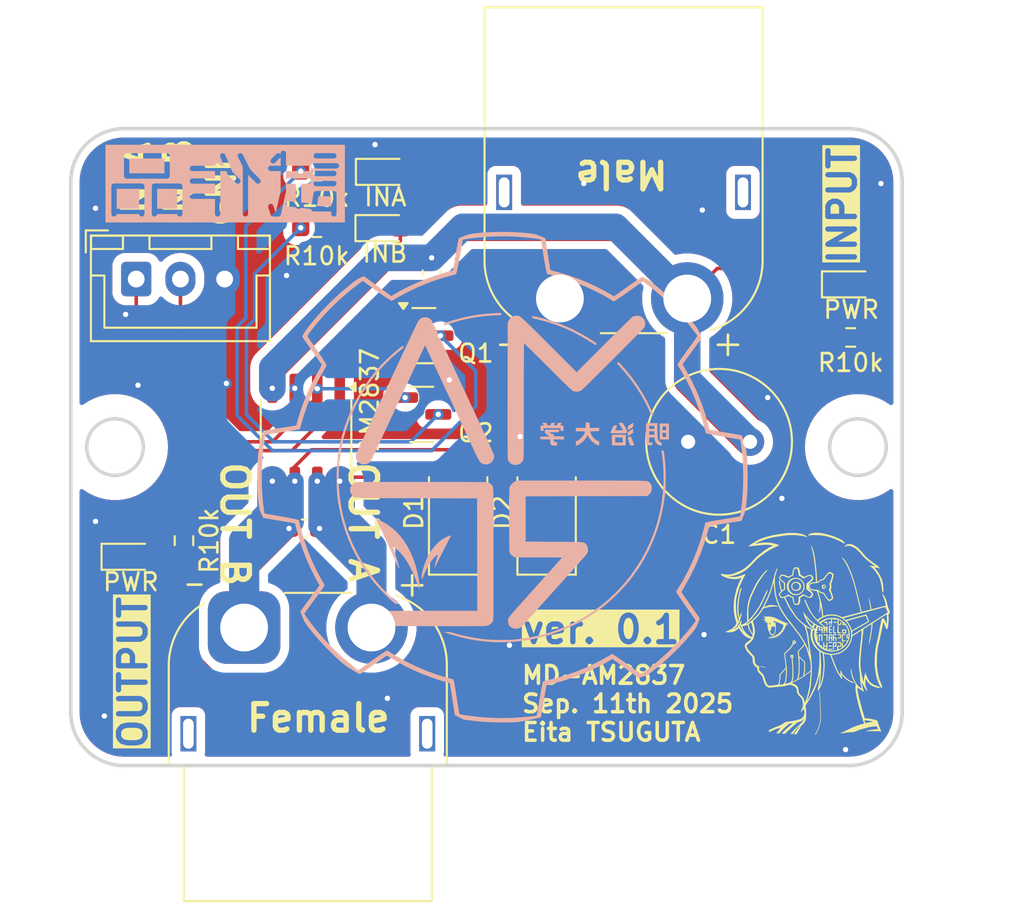
<source format=kicad_pcb>
(kicad_pcb (version 20241229) (generator "pcbnew") (generator_version "9.0")
  (layers (0 "F.Cu" signal) (2 "B.Cu" signal) (13 "F.Paste" user) (15 "B.Paste" user) (5 "F.SilkS" user "F.Silkscreen") (7 "B.SilkS" user "B.Silkscreen") (1 "F.Mask" user) (3 "B.Mask" user) (25 "Edge.Cuts" user))
  (net 0 "")
  (net 1 "OUT_B")
  (net 2 "OUT_A")
  (net 3 "Net-(D1-K)")
  (net 4 "IN_B")
  (net 5 "VCC")
  (net 6 "GND")
  (net 7 "Net-(LED1-K)")
  (net 8 "Net-(LED2-K)")
  (net 9 "Net-(LED3-K)")
  (net 10 "IN_A")
  (net 11 "Net-(LED4-K)")
  (net 12 "Net-(Q1-D)")
  (net 13 "Net-(Q2-D)")
  (footprint "Resistor_SMD:R_0603_1608Metric_Pad0.98x0.95mm_HandSolder" (layer "F.Cu") (at 100.5125 68.4 180)
    (property "Reference" "R2" (hide yes))
    (property "Value" "R10k" (at 0.0125 -1.6 0) (layer "F.SilkS"))
    (pad "1" smd roundrect (at -0.9125 0 180) (size 0.975 0.95) (layers "F.Cu" "F.Mask" "F.Paste") (net 8 "Net-(LED2-K)"))
    (pad "2" smd roundrect (at 0.9125 0 180) (size 0.975 0.95) (layers "F.Cu" "F.Mask" "F.Paste") (net 13 "Net-(Q2-D)"))
  )
  (footprint "LED_SMD:LED_0603_1608Metric_Pad1.05x0.95mm_HandSolder" (layer "F.Cu") (at 104.38 65.24)
    (property "Reference" "LED1" (hide yes))
    (property "Value" "INA" (at 0 1.43 0) (layer "F.SilkS"))
    (pad "1" smd roundrect (at -0.875 0) (size 1.05 0.95) (layers "F.Cu" "F.Mask" "F.Paste") (net 7 "Net-(LED1-K)"))
    (pad "2" smd roundrect (at 0.875 0) (size 1.05 0.95) (layers "F.Cu" "F.Mask" "F.Paste") (net 5 "VCC"))
  )
  (footprint "Capacitor_SMD:C_0603_1608Metric_Pad1.08x0.95mm_HandSolder" (layer "F.Cu") (at 99.8 85.4 180)
    (property "Reference" "C3" (hide yes))
    (property "Value" "0.1uF")
    (pad "1" smd roundrect (at -0.8625 0 180) (size 1.075 0.95) (layers "F.Cu" "F.Mask" "F.Paste") (net 2 "OUT_A"))
    (pad "2" smd roundrect (at 0.8625 0 180) (size 1.075 0.95) (layers "F.Cu" "F.Mask" "F.Paste") (net 1 "OUT_B"))
  )
  (footprint "Package_SO:SOP-8_3.9x4.9mm_P1.27mm" (layer "F.Cu") (at 99.9 80.1 -90)
    (property "Reference" "MD1" (hide yes))
    (property "Value" "AM2837" (at -2 -3.6 270) (layer "F.SilkS"))
    (pad "1" smd roundrect (at -2.625 -1.905 270) (size 1.65 0.6) (layers "F.Cu" "F.Mask" "F.Paste") (net 10 "IN_A"))
    (pad "2" smd roundrect (at -2.625 -0.635 270) (size 1.65 0.6) (layers "F.Cu" "F.Mask" "F.Paste") (net 4 "IN_B"))
    (pad "3" smd roundrect (at -2.625 0.635 270) (size 1.65 0.6) (layers "F.Cu" "F.Mask" "F.Paste") (net 6 "GND"))
    (pad "4" smd roundrect (at -2.625 1.905 270) (size 1.65 0.6) (layers "F.Cu" "F.Mask" "F.Paste") (net 5 "VCC"))
    (pad "5" smd roundrect (at 2.625 1.905 270) (size 1.65 0.6) (layers "F.Cu" "F.Mask" "F.Paste") (net 1 "OUT_B"))
    (pad "6" smd roundrect (at 2.625 0.635 270) (size 1.65 0.6) (layers "F.Cu" "F.Mask" "F.Paste") (net 1 "OUT_B"))
    (pad "7" smd roundrect (at 2.625 -0.635 270) (size 1.65 0.6) (layers "F.Cu" "F.Mask" "F.Paste") (net 2 "OUT_A"))
    (pad "8" smd roundrect (at 2.625 -1.905 270) (size 1.65 0.6) (layers "F.Cu" "F.Mask" "F.Paste") (net 2 "OUT_A"))
  )
  (footprint "Capacitor_THT:C_Radial_D8.0mm_H11.5mm_P3.50mm" (layer "F.Cu") (at 125 80.5 180)
    (property "Reference" "C1" (at 1.75 -5.25 180) (layer "F.SilkS"))
    (property "Value" "220uF")
    (pad "1" thru_hole circle (at 0 0 180) (size 1.6 1.6) (drill 0.8) (layers "*.Cu" "*.Mask") (net 5 "VCC"))
    (pad "2" thru_hole circle (at 3.5 0 180) (size 1.6 1.6) (drill 0.8) (layers "*.Cu" "*.Mask") (net 6 "GND"))
  )
  (footprint "Diode_SMD:D_SMA" (layer "F.Cu") (at 108.5 84.5 90)
    (property "Reference" "D1" (at 0 -2.5 90) (layer "F.SilkS"))
    (property "Value" "SS14")
    (pad "1" smd roundrect (at -2 0 90) (size 2.5 1.8) (layers "F.Cu" "F.Mask" "F.Paste") (roundrect_rratio 0.1388888889) (net 3 "Net-(D1-K)"))
    (pad "2" smd roundrect (at 2 0 90) (size 2.5 1.8) (layers "F.Cu" "F.Mask" "F.Paste") (roundrect_rratio 0.1388888889) (net 2 "OUT_A"))
  )
  (footprint "Connector_AMASS:AMASS_XT60PW-M_1x02_P7.20mm_Horizontal" (layer "F.Cu") (at 114.25 72.4)
    (property "Reference" "J1" (hide yes))
    (property "Value" "XT60_Male_Horizontal" (hide yes))
    (fp_text user "-" (at -2.8 2.5 0) (layer "F.SilkS") (effects (font (size 1.5 1.5))))
    (fp_text user "+" (at 9.5 2.5 0) (layer "F.SilkS") (effects (font (size 1.5 1.5))))
    (pad "" thru_hole rect (at -3.15 -6) (size 0.9 2) (drill oval 0.6 1.7) (layers "*.Cu" "*.Mask"))
    (pad "" thru_hole rect (at 10.35 -6) (size 0.9 2) (drill oval 0.6 1.7) (layers "*.Cu" "*.Mask"))
    (pad "1" thru_hole roundrect (at 0 0) (size 4.1 4.1) (drill 2.7) (layers "*.Cu" "*.Mask") (net 6 "GND"))
    (pad "2" thru_hole circle (at 7.2 0) (size 4.1 4.1) (drill 2.7) (layers "*.Cu" "*.Mask") (net 5 "VCC"))
  )
  (footprint "Connector_AMASS:AMASS_XT60PW-F_1x02_P7.20mm_Horizontal" (layer "F.Cu") (at 96.4 91 180)
    (property "Reference" "J2" (hide yes))
    (property "Value" "XT60_Female_Horizontal" (hide yes))
    (fp_text user "-" (at 2.8 2.5 0) (layer "F.SilkS"))
    (fp_text user "+" (at -9.5 2.5 0) (layer "F.SilkS") (effects (font (size 1.5 1.5))))
    (pad "" thru_hole rect (at -10.35 -6 180) (size 0.9 2) (drill oval 0.6 1.7) (layers "*.Cu" "*.Mask"))
    (pad "" thru_hole rect (at 3.15 -6 180) (size 0.9 2) (drill oval 0.6 1.7) (layers "*.Cu" "*.Mask"))
    (pad "1" thru_hole roundrect (at 0 0 180) (size 4.1 4.1) (drill 2.7) (layers "*.Cu" "*.Mask") (net 1 "OUT_B"))
    (pad "2" thru_hole circle (at -7.2 0 180) (size 4.1 4.1) (drill 2.7) (layers "*.Cu" "*.Mask") (net 2 "OUT_A"))
  )
  (footprint "Capacitor_SMD:C_0603_1608Metric_Pad1.08x0.95mm_HandSolder" (layer "F.Cu") (at 107 70.9625 90)
    (property "Reference" "C2" (hide yes))
    (property "Value" "0.1uF")
    (pad "1" smd roundrect (at -0.8625 0 90) (size 1.075 0.95) (layers "F.Cu" "F.Mask" "F.Paste") (net 6 "GND"))
    (pad "2" smd roundrect (at 0.8625 0 90) (size 1.075 0.95) (layers "F.Cu" "F.Mask" "F.Paste") (net 5 "VCC"))
  )
  (footprint "Connector_JST:JST_XH_B3B-XH-A_1x03_P2.50mm_Vertical" (layer "F.Cu") (at 90.3 71.3)
    (property "Reference" "J3" (hide yes))
    (property "Value" "Conn_01x03_Pin_signal" (hide yes))
    (pad "1" thru_hole roundrect (at 0 0) (size 1.7 1.95) (drill 0.95) (layers "*.Cu" "*.Mask") (roundrect_rratio 0.147059) (net 10 "IN_A"))
    (pad "2" thru_hole oval (at 2.5 0) (size 1.7 1.95) (drill 0.95) (layers "*.Cu" "*.Mask") (net 4 "IN_B"))
    (pad "3" thru_hole oval (at 5 0) (size 1.7 1.95) (drill 0.95) (layers "*.Cu" "*.Mask") (net 6 "GND"))
  )
  (footprint "Package_TO_SOT_SMD:SOT-23" (layer "F.Cu") (at 106.4375 78.95)
    (property "Reference" "Q2" (at 3.0625 1.05 0) (layer "F.SilkS"))
    (property "Value" "BSS138")
    (pad "1" smd roundrect (at -0.9375 -0.95) (size 1.475 0.6) (layers "F.Cu" "F.Mask" "F.Paste") (net 4 "IN_B"))
    (pad "2" smd roundrect (at -0.9375 0.95) (size 1.475 0.6) (layers "F.Cu" "F.Mask" "F.Paste") (net 6 "GND"))
    (pad "3" smd roundrect (at 0.9375 0) (size 1.475 0.6) (layers "F.Cu" "F.Mask" "F.Paste") (net 13 "Net-(Q2-D)"))
  )
  (footprint "Package_TO_SOT_SMD:SOT-23" (layer "F.Cu") (at 106.5625 74.5)
    (property "Reference" "Q1" (at 2.9375 1 0) (layer "F.SilkS"))
    (property "Value" "BSS138")
    (pad "1" smd roundrect (at -0.9375 -0.95) (size 1.475 0.6) (layers "F.Cu" "F.Mask" "F.Paste") (net 10 "IN_A"))
    (pad "2" smd roundrect (at -0.9375 0.95) (size 1.475 0.6) (layers "F.Cu" "F.Mask" "F.Paste") (net 6 "GND"))
    (pad "3" smd roundrect (at 0.9375 0) (size 1.475 0.6) (layers "F.Cu" "F.Mask" "F.Paste") (net 12 "Net-(Q1-D)"))
  )
  (footprint "Diode_SMD:D_SMA" (layer "F.Cu") (at 113.5 84.5 90)
    (property "Reference" "D2" (at 0 -2.5 90) (layer "F.SilkS"))
    (property "Value" "SS14")
    (pad "1" smd roundrect (at -2 0 90) (size 2.5 1.8) (layers "F.Cu" "F.Mask" "F.Paste") (roundrect_rratio 0.1388888889) (net 3 "Net-(D1-K)"))
    (pad "2" smd roundrect (at 2 0 90) (size 2.5 1.8) (layers "F.Cu" "F.Mask" "F.Paste") (roundrect_rratio 0.1388888889) (net 1 "OUT_B"))
  )
  (footprint "LED_SMD:LED_0603_1608Metric_Pad1.05x0.95mm_HandSolder" (layer "F.Cu") (at 104.355 68.42)
    (property "Reference" "LED2" (hide yes))
    (property "Value" "INB" (at 0 1.43 0) (layer "F.SilkS"))
    (pad "1" smd roundrect (at -0.875 0) (size 1.05 0.95) (layers "F.Cu" "F.Mask" "F.Paste") (net 8 "Net-(LED2-K)"))
    (pad "2" smd roundrect (at 0.875 0) (size 1.05 0.95) (layers "F.Cu" "F.Mask" "F.Paste") (net 5 "VCC"))
  )
  (footprint "Resistor_SMD:R_0603_1608Metric_Pad0.98x0.95mm_HandSolder" (layer "F.Cu") (at 93 86.0875 90)
    (property "Reference" "R4" (hide yes))
    (property "Value" "R10k" (at 0 1.43 90) (layer "F.SilkS"))
    (pad "1" smd roundrect (at -0.9125 0 90) (size 0.975 0.95) (layers "F.Cu" "F.Mask" "F.Paste") (net 11 "Net-(LED4-K)"))
    (pad "2" smd roundrect (at 0.9125 0 90) (size 0.975 0.95) (layers "F.Cu" "F.Mask" "F.Paste") (net 6 "GND"))
  )
  (footprint "LOGO" (layer "F.Cu") (at 132 90.6)
    (property "Reference" "G***" (hide yes))
    (property "Value" "LOGO" (hide yes))
  )
  (footprint "Resistor_SMD:R_0603_1608Metric_Pad0.98x0.95mm_HandSolder" (layer "F.Cu") (at 130.6875 74.6)
    (property "Reference" "R3" (hide yes))
    (property "Value" "R10k" (at 0 1.43 0) (layer "F.SilkS"))
    (pad "1" smd roundrect (at -0.9125 0) (size 0.975 0.95) (layers "F.Cu" "F.Mask" "F.Paste") (net 9 "Net-(LED3-K)"))
    (pad "2" smd roundrect (at 0.9125 0) (size 0.975 0.95) (layers "F.Cu" "F.Mask" "F.Paste") (net 6 "GND"))
  )
  (footprint "LED_SMD:LED_0603_1608Metric_Pad1.05x0.95mm_HandSolder" (layer "F.Cu") (at 130.725 71.6)
    (property "Reference" "LED3" (hide yes))
    (property "Value" "PWR" (at 0 1.43 0) (layer "F.SilkS"))
    (pad "1" smd roundrect (at -0.875 0) (size 1.05 0.95) (layers "F.Cu" "F.Mask" "F.Paste") (net 9 "Net-(LED3-K)"))
    (pad "2" smd roundrect (at 0.875 0) (size 1.05 0.95) (layers "F.Cu" "F.Mask" "F.Paste") (net 5 "VCC"))
  )
  (footprint "LED_SMD:LED_0603_1608Metric_Pad1.05x0.95mm_HandSolder" (layer "F.Cu") (at 90 87)
    (property "Reference" "LED4" (hide yes))
    (property "Value" "PWR" (at 0 1.43 0) (layer "F.SilkS"))
    (pad "1" smd roundrect (at -0.875 0) (size 1.05 0.95) (layers "F.Cu" "F.Mask" "F.Paste") (net 11 "Net-(LED4-K)"))
    (pad "2" smd roundrect (at 0.875 0) (size 1.05 0.95) (layers "F.Cu" "F.Mask" "F.Paste") (net 3 "Net-(D1-K)"))
  )
  (footprint "Resistor_SMD:R_0603_1608Metric_Pad0.98x0.95mm_HandSolder" (layer "F.Cu") (at 100.5125 65.2 180)
    (property "Reference" "R1" (hide yes))
    (property "Value" "R10k" (at 0.0125 -1.5 0) (layer "F.SilkS"))
    (pad "1" smd roundrect (at -0.9125 0 180) (size 0.975 0.95) (layers "F.Cu" "F.Mask" "F.Paste") (net 7 "Net-(LED1-K)"))
    (pad "2" smd roundrect (at 0.9125 0 180) (size 0.975 0.95) (layers "F.Cu" "F.Mask" "F.Paste") (net 12 "Net-(Q1-D)"))
  )
  (footprint "LOGO" (layer "B.Cu") (at 111 82.5 180)
    (property "Reference" "G***" (hide yes))
    (property "Value" "LOGO" (hide yes))
  )
  (gr_line (start 89.6 62.8) (end 130.6 62.8) (stroke (width 0.2)) (layer "Edge.Cuts"))
  (gr_line (start 133.6 65.8) (end 133.6 95.8) (stroke (width 0.2)) (layer "Edge.Cuts"))
  (gr_line (start 86.6 95.8) (end 86.6 65.8) (stroke (width 0.2)) (layer "Edge.Cuts"))
  (gr_arc (start 130.6 62.8) (mid 132.72132 63.67868) (end 133.6 65.8) (stroke (width 0.2)) (layer "Edge.Cuts"))
  (gr_circle (center 131.1 80.8) (end 132.7 80.8) (stroke (width 0.2)) (fill no) (layer "Edge.Cuts"))
  (gr_arc (start 89.6 98.8) (mid 87.47868 97.92132) (end 86.6 95.8) (stroke (width 0.2)) (layer "Edge.Cuts"))
  (gr_arc (start 133.6 95.8) (mid 132.72132 97.92132) (end 130.6 98.8) (stroke (width 0.2)) (layer "Edge.Cuts"))
  (gr_circle (center 89.1 80.8) (end 90.7 80.8) (stroke (width 0.2)) (fill no) (layer "Edge.Cuts"))
  (gr_line (start 130.6 98.8) (end 89.6 98.8) (stroke (width 0.2)) (layer "Edge.Cuts"))
  (gr_arc (start 86.6 65.8) (mid 87.47868 63.67868) (end 89.6 62.8) (stroke (width 0.2)) (layer "Edge.Cuts"))
  (gr_text "OUTPUT" (at 91 98 90) (layer "F.SilkS" knockout) (effects (font (size 1.5 1.5) (thickness 0.3) (bold yes)) (justify left bottom)))
  (gr_text "MD-AM2837\nSep. 11th 2025\nEita TSUGUTA" (at 112 97.5 0) (layer "F.SilkS") (effects (font (size 1 1) (thickness 0.2) (bold yes)) (justify left bottom)))
  (gr_text "Male" (at 120.5 64.5 180) (layer "F.SilkS") (effects (font (size 1.5 1.5) (thickness 0.3) (bold yes)) (justify left bottom)))
  (gr_text "Female" (at 96.4 97 0) (layer "F.SilkS") (effects (font (size 1.5 1.5) (thickness 0.3) (bold yes)) (justify left bottom)))
  (gr_text "OUT A\n\n\nOUT B" (at 95 81.5 270) (layer "F.SilkS") (effects (font (size 1.5 1.5) (thickness 0.3) (bold yes)) (justify left bottom)))
  (gr_text "INPUT" (at 131.1 70.6 90) (layer "F.SilkS" knockout) (effects (font (size 1.5 1.5) (thickness 0.3) (bold yes)) (justify left bottom)))
  (gr_text "IN A\nIN B\nGND" (at 96 68.5 90) (layer "F.SilkS") (effects (font (size 1.5 1.5) (thickness 0.3) (bold yes)) (justify left bottom)))
  (gr_text "ver. 0.1" (at 112 92 0) (layer "F.SilkS" knockout) (effects (font (size 1.5 1.5) (thickness 0.3) (bold yes)) (justify left bottom)))
  (gr_text "試作品" (at 102.1 68 0) (layer "B.SilkS" knockout) (effects (font (size 3 3) (thickness 0.3) (bold yes)) (justify left bottom mirror)))
  (segment (start 100.216001 80.949) (end 99.265 81.900001) (width 0.2) (layer "F.Cu") (net 1))
  (segment (start 99.265 81.900001) (end 99.265 82.725) (width 0.2) (layer "F.Cu") (net 1))
  (segment (start 111.949 80.949) (end 100.216001 80.949) (width 0.2) (layer "F.Cu") (net 1))
  (segment (start 96.4 87.9375) (end 96.4 91) (width 1) (layer "F.Cu") (net 1))
  (segment (start 97.995 82.725) (end 97.995 84.505) (width 1.7) (layer "F.Cu") (net 1))
  (segment (start 99.265 82.725) (end 99.265 85.0725) (width 1) (layer "F.Cu") (net 1))
  (segment (start 97.995 84.505) (end 96.4 86.1) (width 1.7) (layer "F.Cu") (net 1))
  (segment (start 98.9375 85.4) (end 96.4 87.9375) (width 1) (layer "F.Cu") (net 1))
  (segment (start 113.5 82.5) (end 111.949 80.949) (width 0.2) (layer "F.Cu") (net 1))
  (segment (start 96.4 86.1) (end 96.4 91) (width 1.7) (layer "F.Cu") (net 1))
  (segment (start 99.265 85.0725) (end 98.9375 85.4) (width 1) (layer "F.Cu") (net 1))
  (via (at 98.9375 85.4) (size 0.6) (drill 0.3) (layers "F.Cu" "B.Cu") (net 1))
  (via (at 97.995 82.725) (size 0.6) (drill 0.3) (layers "F.Cu" "B.Cu") (net 1))
  (via (at 99.265 82.725) (size 0.6) (drill 0.3) (layers "F.Cu" "B.Cu") (net 1))
  (segment (start 97.995 82.725) (end 97.995 84.505) (width 1.7) (layer "B.Cu") (net 1))
  (segment (start 99.265 85.035) (end 96.4 87.9) (width 1) (layer "B.Cu") (net 1))
  (segment (start 99.265 82.725) (end 99.265 85.035) (width 1) (layer "B.Cu") (net 1))
  (segment (start 97.995 84.505) (end 96.4 86.1) (width 1.7) (layer "B.Cu") (net 1))
  (segment (start 96.4 86.1) (end 96.4 91) (width 1.7) (layer "B.Cu") (net 1))
  (segment (start 96.4 87.9) (end 96.4 91) (width 1) (layer "B.Cu") (net 1))
  (segment (start 100.535 82.725) (end 100.535 85.2725) (width 1) (layer "F.Cu") (net 2))
  (segment (start 102.03 82.5) (end 108.5 82.5) (width 0.2) (layer "F.Cu") (net 2))
  (segment (start 101.805 82.725) (end 101.805 84.705) (width 1.7) (layer "F.Cu") (net 2))
  (segment (start 101.805 82.725) (end 102.03 82.5) (width 0.2) (layer "F.Cu") (net 2))
  (segment (start 101.805 84.705) (end 103.6 86.5) (width 1.7) (layer "F.Cu") (net 2))
  (segment (start 100.6625 85.4) (end 103.6 88.3375) (width 1) (layer "F.Cu") (net 2))
  (segment (start 100.535 85.2725) (end 100.6625 85.4) (width 1) (layer "F.Cu") (net 2))
  (segment (start 103.6 88.3375) (end 103.6 91) (width 1) (layer "F.Cu") (net 2))
  (segment (start 103.6 86.5) (end 103.6 91) (width 1.7) (layer "F.Cu") (net 2))
  (via (at 100.535 82.725) (size 0.6) (drill 0.3) (layers "F.Cu" "B.Cu") (net 2))
  (via (at 100.6625 85.4) (size 0.6) (drill 0.3) (layers "F.Cu" "B.Cu") (net 2))
  (via (at 101.805 82.725) (size 0.6) (drill 0.3) (layers "F.Cu" "B.Cu") (net 2))
  (segment (start 103.6 86.5) (end 103.6 91) (width 1.7) (layer "B.Cu") (net 2))
  (segment (start 103.6 88.3375) (end 103.6 91) (width 1) (layer "B.Cu") (net 2))
  (segment (start 101.805 84.705) (end 103.6 86.5) (width 1.7) (layer "B.Cu") (net 2))
  (segment (start 100.535 82.725) (end 100.535 85.2725) (width 1) (layer "B.Cu") (net 2))
  (segment (start 100.535 85.2725) (end 100.6625 85.4) (width 1) (layer "B.Cu") (net 2))
  (segment (start 101.805 82.725) (end 101.805 84.705) (width 1.7) (layer "B.Cu") (net 2))
  (segment (start 100.6625 85.4) (end 103.6 88.3375) (width 1) (layer "B.Cu") (net 2))
  (segment (start 105.5 93.701) (end 94.818736 93.701) (width 0.2) (layer "F.Cu") (net 3))
  (segment (start 90.875 89.757264) (end 90.875 87) (width 0.2) (layer "F.Cu") (net 3))
  (segment (start 108.5 86.5) (end 108.5 90.701) (width 0.2) (layer "F.Cu") (net 3))
  (segment (start 107.799 93.701) (end 105.5 93.701) (width 0.2) (layer "F.Cu") (net 3))
  (segment (start 113.5 86.5) (end 113.5 88) (width 0.2) (layer "F.Cu") (net 3))
  (segment (start 94.818736 93.701) (end 90.875 89.757264) (width 0.2) (layer "F.Cu") (net 3))
  (segment (start 113.5 88) (end 107.799 93.701) (width 0.2) (layer "F.Cu") (net 3))
  (segment (start 108.5 90.701) (end 105.5 93.701) (width 0.2) (layer "F.Cu") (net 3))
  (segment (start 98 80.5) (end 100.535 77.965) (width 0.2) (layer "F.Cu") (net 4))
  (segment (start 92.8 71.3) (end 92.8 77.4) (width 0.2) (layer "F.Cu") (net 4))
  (segment (start 95.9 80.5) (end 98 80.5) (width 0.2) (layer "F.Cu") (net 4))
  (segment (start 92.8 77.4) (end 95.9 80.5) (width 0.2) (layer "F.Cu") (net 4))
  (segment (start 100.535 77.965) (end 100.535 77.5) (width 0.2) (layer "F.Cu") (net 4))
  (segment (start 100.535 77.475) (end 100.535 77.5) (width 0.2) (layer "F.Cu") (net 4))
  (via (at 100.535 77.5) (size 0.6) (drill 0.3) (layers "F.Cu" "B.Cu") (net 4))
  (via (at 105.5 78) (size 0.6) (drill 0.3) (layers "F.Cu" "B.Cu") (net 4))
  (segment (start 100.535 77.5) (end 105 77.5) (width 0.2) (layer "B.Cu") (net 4))
  (segment (start 105 77.5) (end 105.5 78) (width 0.2) (layer "B.Cu") (net 4))
  (segment (start 105.23 68.42) (end 105.23 65.265) (width 0.2) (layer "F.Cu") (net 5))
  (segment (start 108.7 68.4) (end 117.45 68.4) (width 1.5) (layer "F.Cu") (net 5))
  (segment (start 130.7 70.7) (end 123.15 70.7) (width 0.2) (layer "F.Cu") (net 5))
  (segment (start 105.23 68.42) (end 105.23 69.125208) (width 0.2) (layer "F.Cu") (net 5))
  (segment (start 107 70.1) (end 108.7 68.4) (width 1.5) (layer "F.Cu") (net 5))
  (segment (start 104.255208 70.1) (end 107 70.1) (width 1.5) (layer "F.Cu") (net 5))
  (segment (start 105.23 65.265) (end 105.255 65.24) (width 0.2) (layer "F.Cu") (net 5))
  (segment (start 131.6 71.6) (end 130.7 70.7) (width 0.2) (layer "F.Cu") (net 5))
  (segment (start 123.15 70.7) (end 121.45 72.4) (width 0.2) (layer "F.Cu") (net 5))
  (segment (start 117.45 68.4) (end 121.45 72.4) (width 1.5) (layer "F.Cu") (net 5))
  (segment (start 97.995 76.360208) (end 104.255208 70.1) (width 1.5) (layer "F.Cu") (net 5))
  (segment (start 121.45 77.05) (end 124.9 80.5) (width 1.5) (layer "F.Cu") (net 5))
  (segment (start 97.995 77.475) (end 97.995 76.360208) (width 1.5) (layer "F.Cu") (net 5))
  (segment (start 105.23 69.125208) (end 104.255208 70.1) (width 0.2) (layer "F.Cu") (net 5))
  (segment (start 121.45 72.4) (end 121.45 77.05) (width 1.5) (layer "F.Cu") (net 5))
  (via (at 107 70.1) (size 0.6) (drill 0.3) (layers "F.Cu" "B.Cu") (net 5))
  (via (at 97.995 77.475) (size 0.6) (drill 0.3) (layers "F.Cu" "B.Cu") (net 5))
  (segment (start 117.4 68.35) (end 108.75 68.35) (width 1.5) (layer "B.Cu") (net 5))
  (segment (start 107 70.1) (end 104.2 70.1) (width 1.5) (layer "B.Cu") (net 5))
  (segment (start 108.75 68.35) (end 107 70.1) (width 1.5) (layer "B.Cu") (net 5))
  (segment (start 104.2 70.1) (end 97.995 76.305) (width 1.5) (layer "B.Cu") (net 5))
  (segment (start 121.45 76.95) (end 125 80.5) (width 1.5) (layer "B.Cu") (net 5))
  (segment (start 121.45 72.4) (end 121.45 76.95) (width 1.5) (layer "B.Cu") (net 5))
  (segment (start 97.995 76.305) (end 97.995 77.475) (width 1.5) (layer "B.Cu") (net 5))
  (segment (start 121.45 72.4) (end 117.4 68.35) (width 1.5) (layer "B.Cu") (net 5))
  (via (at 112 80.2) (size 0.6) (drill 0.3) (layers "F.Cu" "B.Cu") (net 6))
  (via (at 90.4 77.3) (size 0.6) (drill 0.3) (layers "F.Cu" "B.Cu") (net 6))
  (via (at 122.3 67.4) (size 0.6) (drill 0.3) (layers "F.Cu" "B.Cu") (net 6))
  (via (at 126.8 83.7) (size 0.6) (drill 0.3) (layers "F.Cu" "B.Cu") (net 6))
  (via (at 115.6 65.9) (size 0.6) (drill 0.3) (layers "F.Cu" "B.Cu") (net 6))
  (via (at 88 67.3) (size 0.6) (drill 0.3) (layers "F.Cu" "B.Cu") (net 6))
  (via (at 98.8 71.1) (size 0.6) (drill 0.3) (layers "F.Cu" "B.Cu") (net 6))
  (via (at 132.4 65.9) (size 0.6) (drill 0.3) (layers "F.Cu" "B.Cu") (net 6))
  (via (at 95.4 77.2) (size 0.6) (drill 0.3) (layers "F.Cu" "B.Cu") (net 6))
  (via (at 108 77) (size 0.6) (drill 0.3) (layers "F.Cu" "B.Cu") (net 6))
  (via (at 104.5 95) (size 0.6) (drill 0.3) (layers "F.Cu" "B.Cu") (net 6))
  (via (at 126 78) (size 0.6) (drill 0.3) (layers "F.Cu" "B.Cu") (net 6))
  (via (at 111.4 92) (size 0.6) (drill 0.3) (layers "F.Cu" "B.Cu") (net 6))
  (via (at 88.5 96) (size 0.6) (drill 0.3) (layers "F.Cu" "B.Cu") (net 6))
  (via (at 122.4 91.4) (size 0.6) (drill 0.3) (layers "F.Cu" "B.Cu") (net 6))
  (via (at 88 85) (size 0.6) (drill 0.3) (layers "F.Cu" "B.Cu") (net 6))
  (via (at 99.265 77.475) (size 0.6) (drill 0.3) (layers "F.Cu" "B.Cu") (net 6))
  (via (at 103.8 63.7) (size 0.6) (drill 0.3) (layers "F.Cu" "B.Cu") (net 6))
  (via (at 89.7 73.3) (size 0.6) (drill 0.3) (layers "F.Cu" "B.Cu") (net 6))
  (via (at 130.4 97.9) (size 0.6) (drill 0.3) (layers "F.Cu" "B.Cu") (net 6))
  (segment (start 103.465 65.2) (end 103.505 65.24) (width 0.2) (layer "F.Cu") (net 7))
  (segment (start 101.425 65.2) (end 103.465 65.2) (width 0.2) (layer "F.Cu") (net 7))
  (segment (start 101.465 65.24) (end 101.425 65.2) (width 0.2) (layer "F.Cu") (net 7))
  (segment (start 101.425 68.4) (end 103.46 68.4) (width 0.2) (layer "F.Cu") (net 8))
  (segment (start 103.46 68.4) (end 103.48 68.42) (width 0.2) (layer "F.Cu") (net 8))
  (segment (start 129.85 74.525) (end 129.775 74.6) (width 0.2) (layer "F.Cu") (net 9))
  (segment (start 129.85 71.6) (end 129.85 74.525) (width 0.2) (layer "F.Cu") (net 9))
  (segment (start 99.104999 81) (end 95.8 81) (width 0.2) (layer "F.Cu") (net 10))
  (segment (start 95.8 81) (end 90.3 75.5) (width 0.2) (layer "F.Cu") (net 10))
  (segment (start 103.45 73.55) (end 105.625 73.55) (width 0.2) (layer "F.Cu") (net 10))
  (segment (start 101.805 78.299999) (end 99.104999 81) (width 0.2) (layer "F.Cu") (net 10))
  (segment (start 101.805 75.195) (end 103.45 73.55) (width 0.2) (layer "F.Cu") (net 10))
  (segment (start 101.805 77.475) (end 101.805 75.195) (width 0.2) (layer "F.Cu") (net 10))
  (segment (start 90.3 75.5) (end 90.3 71.3) (width 0.2) (layer "F.Cu") (net 10))
  (segment (start 101.805 77.475) (end 101.805 78.299999) (width 0.2) (layer "F.Cu") (net 10))
  (segment (start 93 87) (end 92 86) (width 0.2) (layer "F.Cu") (net 11))
  (segment (start 92 86) (end 90.125 86) (width 0.2) (layer "F.Cu") (net 11))
  (segment (start 90.125 86) (end 89.125 87) (width 0.2) (layer "F.Cu") (net 11))
  (via (at 99.6 65.2) (size 0.6) (drill 0.3) (layers "F.Cu" "B.Cu") (net 12))
  (via (at 107.5 74.5) (size 0.6) (drill 0.3) (layers "F.Cu" "B.Cu") (net 12))
  (segment (start 96.5 73.5) (end 96 74) (width 0.2) (layer "B.Cu") (net 12))
  (segment (start 96 79) (end 98 81) (width 0.2) (layer "B.Cu") (net 12))
  (segment (start 109.5 76.5) (end 107.5 74.5) (width 0.2) (layer "B.Cu") (net 12))
  (segment (start 96 74) (end 96 79) (width 0.2) (layer "B.Cu") (net 12))
  (segment (start 109.5 78.5) (end 109.5 76.5) (width 0.2) (layer "B.Cu") (net 12))
  (segment (start 99.6 65.2) (end 96.5 68.3) (width 0.2) (layer "B.Cu") (net 12))
  (segment (start 107 81) (end 109.5 78.5) (width 0.2) (layer "B.Cu") (net 12))
  (segment (start 98 81) (end 107 81) (width 0.2) (layer "B.Cu") (net 12))
  (segment (start 96.5 68.3) (end 96.5 73.5) (width 0.2) (layer "B.Cu") (net 12))
  (via (at 107.375 78.95) (size 0.6) (drill 0.3) (layers "F.Cu" "B.Cu") (net 13))
  (via (at 99.6 68.4) (size 0.6) (drill 0.3) (layers "F.Cu" "B.Cu") (net 13))
  (segment (start 105.825 80.5) (end 107.375 78.95) (width 0.2) (layer "B.Cu") (net 13))
  (segment (start 96.53355 78.96645) (end 98.0671 80.5) (width 0.2) (layer "B.Cu") (net 13))
  (segment (start 98.0671 80.5) (end 105.825 80.5) (width 0.2) (layer "B.Cu") (net 13))
  (segment (start 97 73.5671) (end 96.53355 74.03355) (width 0.2) (layer "B.Cu") (net 13))
  (segment (start 97 71) (end 97 73.5671) (width 0.2) (layer "B.Cu") (net 13))
  (segment (start 99.6 68.4) (end 97 71) (width 0.2) (layer "B.Cu") (net 13))
  (segment (start 96.53355 74.03355) (end 96.53355 78.96645) (width 0.2) (layer "B.Cu") (net 13))
  (zone (net 0) (net_name "") (layers "F.Cu" "B.Cu") (connect_pads (clearance 0)) (min_thickness 0.25)
    (keepout (tracks not_allowed) (vias not_allowed) (pads not_allowed) (copperpour not_allowed) (footprints allowed))
    (fill (thermal_gap 0.5) (thermal_bridge_width 0.5))
    (polygon (pts (xy 92.1 80.8) (xy 92.079715 80.451721) (xy 92.019135 80.108152) (xy 91.919078 79.77394) (xy 91.780898 79.453602) (xy 91.606463 79.151473) (xy 91.398133 78.871637) (xy 91.158725 78.617879) (xy 90.891476 78.39363) (xy 90.6 78.201924) (xy 90.288239 78.045352) (xy 89.96041 77.926031) (xy 89.620945 77.845577) (xy 89.274434 77.805076) (xy 88.925566 77.805076) (xy 88.579055 77.845577) (xy 88.23959 77.926031) (xy 87.911761 78.045352) (xy 87.6 78.201924) (xy 87.308524 78.39363) (xy 87.041275 78.617879) (xy 86.801867 78.871637) (xy 86.593537 79.151473) (xy 86.419102 79.453602) (xy 86.280922 79.77394) (xy 86.180865 80.108152) (xy 86.120285 80.451721) (xy 86.1 80.8) (xy 86.120285 81.148279) (xy 86.180865 81.491848) (xy 86.280922 81.82606) (xy 86.419102 82.146398) (xy 86.593537 82.448527) (xy 86.801867 82.728363) (xy 87.041275 82.982121) (xy 87.308524 83.20637) (xy 87.6 83.398076) (xy 87.911761 83.554648) (xy 88.23959 83.673969) (xy 88.579055 83.754423) (xy 88.925566 83.794924) (xy 89.274434 83.794924) (xy 89.620945 83.754423) (xy 89.96041 83.673969) (xy 90.288239 83.554648) (xy 90.6 83.398076) (xy 90.891476 83.20637) (xy 91.158725 82.982121) (xy 91.398133 82.728363) (xy 91.606463 82.448527) (xy 91.780898 82.146398) (xy 91.919078 81.82606) (xy 92.019135 81.491848) (xy 92.079715 81.148279)))
  )
  (zone (net 0) (net_name "") (layers "F.Cu" "B.Cu") (connect_pads (clearance 0)) (min_thickness 0.25)
    (keepout (tracks not_allowed) (vias not_allowed) (pads not_allowed) (copperpour not_allowed) (footprints allowed))
    (fill (thermal_gap 0.5) (thermal_bridge_width 0.5))
    (polygon (pts (xy 134.1 80.8) (xy 134.079715 80.451721) (xy 134.019135 80.108152) (xy 133.919078 79.77394) (xy 133.780898 79.453602) (xy 133.606463 79.151473) (xy 133.398133 78.871637) (xy 133.158725 78.617879) (xy 132.891476 78.39363) (xy 132.6 78.201924) (xy 132.288239 78.045352) (xy 131.96041 77.926031) (xy 131.620945 77.845577) (xy 131.274434 77.805076) (xy 130.925566 77.805076) (xy 130.579055 77.845577) (xy 130.23959 77.926031) (xy 129.911761 78.045352) (xy 129.6 78.201924) (xy 129.308524 78.39363) (xy 129.041275 78.617879) (xy 128.801867 78.871637) (xy 128.593537 79.151473) (xy 128.419102 79.453602) (xy 128.280922 79.77394) (xy 128.180865 80.108152) (xy 128.120285 80.451721) (xy 128.1 80.8) (xy 128.120285 81.148279) (xy 128.180865 81.491848) (xy 128.280922 81.82606) (xy 128.419102 82.146398) (xy 128.593537 82.448527) (xy 128.801867 82.728363) (xy 129.041275 82.982121) (xy 129.308524 83.20637) (xy 129.6 83.398076) (xy 129.911761 83.554648) (xy 130.23959 83.673969) (xy 130.579055 83.754423) (xy 130.925566 83.794924) (xy 131.274434 83.794924) (xy 131.620945 83.754423) (xy 131.96041 83.673969) (xy 132.288239 83.554648) (xy 132.6 83.398076) (xy 132.891476 83.20637) (xy 133.158725 82.982121) (xy 133.398133 82.728363) (xy 133.606463 82.448527) (xy 133.780898 82.146398) (xy 133.919078 81.82606) (xy 134.019135 81.491848) (xy 134.079715 81.148279)))
  )
  (zone (net 6) (net_name "GND") (layers "F.Cu" "B.Cu") (connect_pads yes (clearance 0.5)) (min_thickness 0.25) (fill yes (thermal_gap 0.5) (thermal_bridge_width 0.5))
    (polygon (pts (xy 82.6 60.7) (xy 140.3 60.8) (xy 140.5 101.8) (xy 83.1 102.3)))
  )
)
</source>
